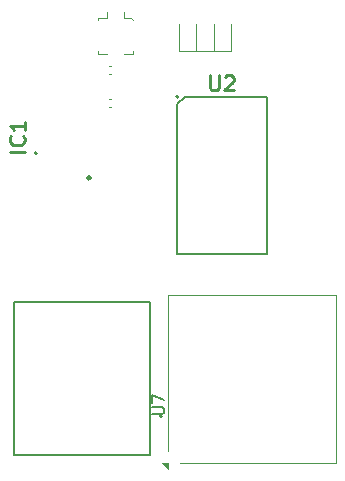
<source format=gbr>
%TF.GenerationSoftware,KiCad,Pcbnew,9.0.3*%
%TF.CreationDate,2025-09-02T21:17:27+03:00*%
%TF.ProjectId,ThingsCore-1,5468696e-6773-4436-9f72-652d312e6b69,rev?*%
%TF.SameCoordinates,Original*%
%TF.FileFunction,Legend,Top*%
%TF.FilePolarity,Positive*%
%FSLAX46Y46*%
G04 Gerber Fmt 4.6, Leading zero omitted, Abs format (unit mm)*
G04 Created by KiCad (PCBNEW 9.0.3) date 2025-09-02 21:17:27*
%MOMM*%
%LPD*%
G01*
G04 APERTURE LIST*
%ADD10C,0.254000*%
%ADD11C,0.150000*%
%ADD12C,0.200000*%
%ADD13C,0.127000*%
%ADD14C,0.120000*%
%ADD15C,0.250000*%
G04 APERTURE END LIST*
D10*
X14249318Y-25214762D02*
X12979318Y-25214762D01*
X14128365Y-23884285D02*
X14188842Y-23944761D01*
X14188842Y-23944761D02*
X14249318Y-24126190D01*
X14249318Y-24126190D02*
X14249318Y-24247142D01*
X14249318Y-24247142D02*
X14188842Y-24428571D01*
X14188842Y-24428571D02*
X14067889Y-24549523D01*
X14067889Y-24549523D02*
X13946937Y-24610000D01*
X13946937Y-24610000D02*
X13705032Y-24670476D01*
X13705032Y-24670476D02*
X13523603Y-24670476D01*
X13523603Y-24670476D02*
X13281699Y-24610000D01*
X13281699Y-24610000D02*
X13160746Y-24549523D01*
X13160746Y-24549523D02*
X13039794Y-24428571D01*
X13039794Y-24428571D02*
X12979318Y-24247142D01*
X12979318Y-24247142D02*
X12979318Y-24126190D01*
X12979318Y-24126190D02*
X13039794Y-23944761D01*
X13039794Y-23944761D02*
X13100270Y-23884285D01*
X14249318Y-22674761D02*
X14249318Y-23400476D01*
X14249318Y-23037619D02*
X12979318Y-23037619D01*
X12979318Y-23037619D02*
X13160746Y-23158571D01*
X13160746Y-23158571D02*
X13281699Y-23279523D01*
X13281699Y-23279523D02*
X13342175Y-23400476D01*
X29932380Y-18754318D02*
X29932380Y-19782413D01*
X29932380Y-19782413D02*
X29992857Y-19903365D01*
X29992857Y-19903365D02*
X30053333Y-19963842D01*
X30053333Y-19963842D02*
X30174285Y-20024318D01*
X30174285Y-20024318D02*
X30416190Y-20024318D01*
X30416190Y-20024318D02*
X30537142Y-19963842D01*
X30537142Y-19963842D02*
X30597619Y-19903365D01*
X30597619Y-19903365D02*
X30658095Y-19782413D01*
X30658095Y-19782413D02*
X30658095Y-18754318D01*
X31202380Y-18875270D02*
X31262856Y-18814794D01*
X31262856Y-18814794D02*
X31383809Y-18754318D01*
X31383809Y-18754318D02*
X31686190Y-18754318D01*
X31686190Y-18754318D02*
X31807142Y-18814794D01*
X31807142Y-18814794D02*
X31867618Y-18875270D01*
X31867618Y-18875270D02*
X31928095Y-18996222D01*
X31928095Y-18996222D02*
X31928095Y-19117175D01*
X31928095Y-19117175D02*
X31867618Y-19298603D01*
X31867618Y-19298603D02*
X31141904Y-20024318D01*
X31141904Y-20024318D02*
X31928095Y-20024318D01*
D11*
X25054819Y-47411904D02*
X25864342Y-47411904D01*
X25864342Y-47411904D02*
X25959580Y-47364285D01*
X25959580Y-47364285D02*
X26007200Y-47316666D01*
X26007200Y-47316666D02*
X26054819Y-47221428D01*
X26054819Y-47221428D02*
X26054819Y-47030952D01*
X26054819Y-47030952D02*
X26007200Y-46935714D01*
X26007200Y-46935714D02*
X25959580Y-46888095D01*
X25959580Y-46888095D02*
X25864342Y-46840476D01*
X25864342Y-46840476D02*
X25054819Y-46840476D01*
X25054819Y-46459523D02*
X25054819Y-45792857D01*
X25054819Y-45792857D02*
X26054819Y-46221428D01*
D12*
%TO.C,IC1*%
X15275000Y-25350000D02*
G75*
G02*
X15075000Y-25350000I-100000J0D01*
G01*
X15075000Y-25350000D02*
G75*
G02*
X15275000Y-25350000I100000J0D01*
G01*
D13*
%TO.C,U10*%
X13350000Y-37925000D02*
X13350000Y-50925000D01*
X13350000Y-50925000D02*
X24850000Y-50925000D01*
X24850000Y-37925000D02*
X13350000Y-37925000D01*
X24850000Y-50925000D02*
X24850000Y-37925000D01*
D12*
X25871000Y-47615000D02*
G75*
G02*
X25671000Y-47615000I-100000J0D01*
G01*
X25671000Y-47615000D02*
G75*
G02*
X25871000Y-47615000I100000J0D01*
G01*
%TO.C,U2*%
X27175000Y-21200000D02*
X27825000Y-20550000D01*
X27175000Y-33850000D02*
X27175000Y-21200000D01*
X27825000Y-20550000D02*
X34725000Y-20550000D01*
X34725000Y-20550000D02*
X34725000Y-33850000D01*
X34725000Y-33850000D02*
X27175000Y-33850000D01*
X27275000Y-20550000D02*
G75*
G02*
X27075000Y-20550000I-100000J0D01*
G01*
X27075000Y-20550000D02*
G75*
G02*
X27275000Y-20550000I100000J0D01*
G01*
D14*
%TO.C,U7*%
X26390000Y-37340000D02*
X40610000Y-37340000D01*
X26390000Y-50560000D02*
X26390000Y-37340000D01*
X40610000Y-37340000D02*
X40610000Y-51560000D01*
X40610000Y-51560000D02*
X27390000Y-51560000D01*
X26390000Y-52060000D02*
X25890000Y-51560000D01*
X26390000Y-51560000D01*
X26390000Y-52060000D01*
G36*
X26390000Y-52060000D02*
G01*
X25890000Y-51560000D01*
X26390000Y-51560000D01*
X26390000Y-52060000D01*
G37*
%TO.C,C82*%
X21569936Y-20742900D02*
X21354264Y-20742900D01*
X21569936Y-21462900D02*
X21354264Y-21462900D01*
D15*
%TO.C,U8*%
X19815000Y-27425000D02*
G75*
G02*
X19565000Y-27425000I-125000J0D01*
G01*
X19565000Y-27425000D02*
G75*
G02*
X19815000Y-27425000I125000J0D01*
G01*
D14*
%TO.C,J1*%
X20450000Y-13900000D02*
X21250000Y-13900000D01*
X20450000Y-14100000D02*
X20450000Y-13900000D01*
X20450000Y-16900000D02*
X20450000Y-16700000D01*
X21250000Y-13900000D02*
X21250000Y-13400000D01*
X21250000Y-16900000D02*
X20450000Y-16900000D01*
X22650000Y-13900000D02*
X22650000Y-13400000D01*
X22650000Y-13900000D02*
X23250000Y-13900000D01*
X23250000Y-13900000D02*
X23450000Y-14100000D01*
X23450000Y-16700000D02*
X23450000Y-16900000D01*
X23450000Y-16900000D02*
X22650000Y-16900000D01*
%TO.C,D2*%
X27290000Y-14400000D02*
X27290000Y-16685000D01*
X27290000Y-16685000D02*
X28760000Y-16685000D01*
X28760000Y-16685000D02*
X28760000Y-14400000D01*
%TO.C,C81*%
X21569936Y-17942900D02*
X21354264Y-17942900D01*
X21569936Y-18662900D02*
X21354264Y-18662900D01*
%TO.C,D3*%
X28765000Y-14412500D02*
X28765000Y-16697500D01*
X28765000Y-16697500D02*
X30235000Y-16697500D01*
X30235000Y-16697500D02*
X30235000Y-14412500D01*
%TO.C,D5*%
X30265000Y-14400000D02*
X30265000Y-16685000D01*
X30265000Y-16685000D02*
X31735000Y-16685000D01*
X31735000Y-16685000D02*
X31735000Y-14400000D01*
%TD*%
M02*

</source>
